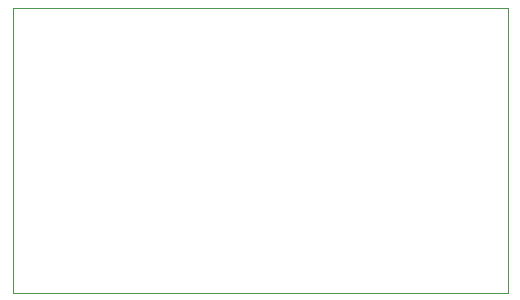
<source format=gbr>
G04 #@! TF.GenerationSoftware,KiCad,Pcbnew,(5.1.2-1)-1*
G04 #@! TF.CreationDate,2020-11-05T16:21:26-08:00*
G04 #@! TF.ProjectId,Pressure Sensor,50726573-7375-4726-9520-53656e736f72,rev?*
G04 #@! TF.SameCoordinates,Original*
G04 #@! TF.FileFunction,Profile,NP*
%FSLAX46Y46*%
G04 Gerber Fmt 4.6, Leading zero omitted, Abs format (unit mm)*
G04 Created by KiCad (PCBNEW (5.1.2-1)-1) date 2020-11-05 16:21:26*
%MOMM*%
%LPD*%
G04 APERTURE LIST*
%ADD10C,0.050000*%
G04 APERTURE END LIST*
D10*
X120650000Y-15240000D02*
X162560000Y-15240000D01*
X120650000Y-39370000D02*
X120650000Y-15240000D01*
X162560000Y-39370000D02*
X120650000Y-39370000D01*
X162560000Y-15240000D02*
X162560000Y-39370000D01*
M02*

</source>
